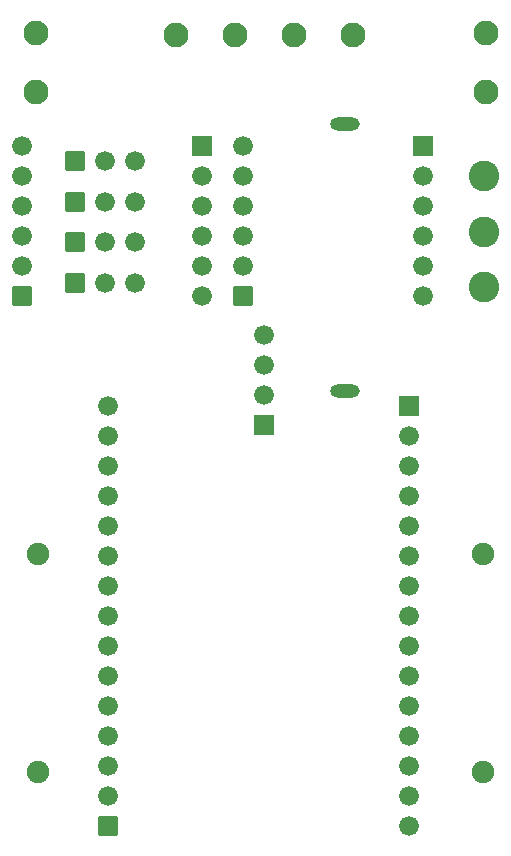
<source format=gbs>
G04 Layer: BottomSolderMaskLayer*
G04 EasyEDA v6.5.42, 2024-06-13 11:32:13*
G04 d1ebce20da0e461893040d04fa24d534,1f4b798e1f424c36b07c5063a1ef9d4e,10*
G04 Gerber Generator version 0.2*
G04 Scale: 100 percent, Rotated: No, Reflected: No *
G04 Dimensions in millimeters *
G04 leading zeros omitted , absolute positions ,4 integer and 5 decimal *
%FSLAX45Y45*%
%MOMM*%

%AMMACRO1*1,1,$1,$2,$3*1,1,$1,$4,$5*1,1,$1,0-$2,0-$3*1,1,$1,0-$4,0-$5*20,1,$1,$2,$3,$4,$5,0*20,1,$1,$4,$5,0-$2,0-$3,0*20,1,$1,0-$2,0-$3,0-$4,0-$5,0*20,1,$1,0-$4,0-$5,$2,$3,0*4,1,4,$2,$3,$4,$5,0-$2,0-$3,0-$4,0-$5,$2,$3,0*%
%ADD10C,1.6764*%
%ADD11R,1.6764X1.6764*%
%ADD12MACRO1,0.1016X0.7874X-0.7874X0.7874X0.7874*%
%ADD13C,2.1016*%
%ADD14MACRO1,0.1016X-0.7874X0.7874X0.7874X0.7874*%
%ADD15C,1.9016*%
%ADD16O,2.5015952X1.1015979999999999*%
%ADD17C,2.6016*%

%LPD*%
D10*
G01*
X3505200Y-7010400D03*
G01*
X3505200Y-6756400D03*
G01*
X3505200Y-6502400D03*
G01*
X3505200Y-6248400D03*
G01*
X3505200Y-5994400D03*
G01*
X3505200Y-5740400D03*
G01*
X3505200Y-5486400D03*
G01*
X3505200Y-5232400D03*
G01*
X3505200Y-4978400D03*
G01*
X3505200Y-4724400D03*
G01*
X3505200Y-4470400D03*
G01*
X3505200Y-4216400D03*
G01*
X3505200Y-3962400D03*
G01*
X3505200Y-3708400D03*
D11*
G01*
X3505200Y-3454400D03*
D10*
G01*
X952500Y-3454400D03*
G01*
X952500Y-3708400D03*
G01*
X952500Y-3962400D03*
G01*
X952500Y-4216400D03*
G01*
X952500Y-4470400D03*
G01*
X952500Y-4724400D03*
G01*
X952500Y-4978400D03*
G01*
X952500Y-5232400D03*
G01*
X952500Y-5486400D03*
G01*
X952500Y-5740400D03*
G01*
X952500Y-5994400D03*
G01*
X952500Y-6248400D03*
G01*
X952500Y-6502400D03*
G01*
X952500Y-6756400D03*
D12*
G01*
X952500Y-7010400D03*
D10*
G01*
X1752600Y-2527300D03*
G01*
X1752600Y-2273300D03*
G01*
X1752600Y-2019300D03*
G01*
X1752600Y-1765300D03*
G01*
X1752600Y-1511300D03*
D11*
G01*
X1752600Y-1257300D03*
D10*
G01*
X228600Y-1257300D03*
G01*
X228600Y-1511300D03*
G01*
X228600Y-1765300D03*
G01*
X228600Y-2019300D03*
G01*
X228600Y-2273300D03*
D12*
G01*
X228600Y-2527300D03*
D10*
G01*
X2095500Y-1257300D03*
G01*
X2095500Y-1511300D03*
G01*
X2095500Y-1765300D03*
G01*
X2095500Y-2019300D03*
G01*
X2095500Y-2273300D03*
D12*
G01*
X2095500Y-2527300D03*
D10*
G01*
X3619500Y-2527300D03*
G01*
X3619500Y-2273300D03*
G01*
X3619500Y-2019300D03*
G01*
X3619500Y-1765300D03*
G01*
X3619500Y-1511300D03*
D11*
G01*
X3619500Y-1257300D03*
D13*
G01*
X3031743Y-317500D03*
G01*
X2530856Y-317500D03*
G01*
X2028443Y-317500D03*
G01*
X1527555Y-317500D03*
G01*
X4152900Y-796544D03*
G01*
X4152900Y-295655D03*
D10*
G01*
X1181100Y-2070100D03*
G01*
X927100Y-2070100D03*
D14*
G01*
X673100Y-2070100D03*
D10*
G01*
X1181100Y-2413000D03*
G01*
X927100Y-2413000D03*
D14*
G01*
X673100Y-2413000D03*
D10*
G01*
X1181100Y-1384300D03*
G01*
X927100Y-1384300D03*
D14*
G01*
X673100Y-1384300D03*
D10*
G01*
X1181100Y-1727200D03*
G01*
X927100Y-1727200D03*
D14*
G01*
X673100Y-1727200D03*
D13*
G01*
X342900Y-295655D03*
G01*
X342900Y-796544D03*
D15*
G01*
X4129887Y-4711700D03*
G01*
X365912Y-4711700D03*
G01*
X365912Y-6553200D03*
G01*
X4129887Y-6553200D03*
D11*
G01*
X2273300Y-3619500D03*
D10*
G01*
X2273300Y-3365500D03*
G01*
X2273300Y-3111500D03*
G01*
X2273300Y-2857500D03*
D16*
G01*
X2959100Y-3328390D03*
G01*
X2959100Y-1065809D03*
D17*
G01*
X4140200Y-1511198D03*
G01*
X4140200Y-1981200D03*
G01*
X4140200Y-2451201D03*
M02*

</source>
